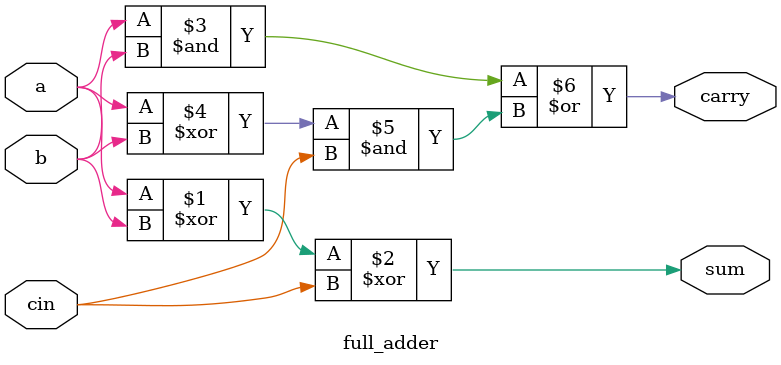
<source format=v>
`timescale 1ns/1ps

module full_adder (
    input a, b, cin,
    output sum, carry
    );

    assign sum = a ^ b ^ cin;
    assign carry = (a & b) | (a ^ b) & cin;
endmodule   
</source>
